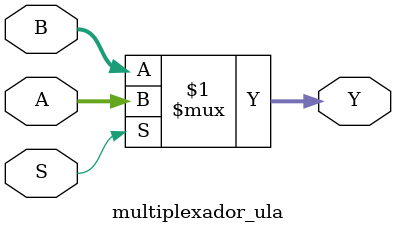
<source format=v>
module multiplexador_ula(A, B, S, Y);
	// Entradas
	input [31:0] A; // Dado vindo do banco de registradores
	input [31:0] B; // Dado vindo do extensor de bits
	
	// Controle
	input S; // Sinal de controle vindo da UC
	
	// Saida
	output [31:0] Y; // Operando selecionado
	
	// if (S == 1'b1) Y = A; else Y = B;
	assign Y = S ? A : B;
endmodule

</source>
